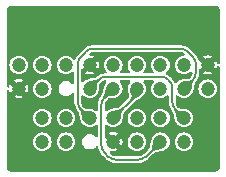
<source format=gbr>
%TF.GenerationSoftware,KiCad,Pcbnew,8.0.6*%
%TF.CreationDate,2024-11-06T21:45:52-05:00*%
%TF.ProjectId,Asus To Asrock,41737573-2054-46f2-9041-73726f636b2e,rev?*%
%TF.SameCoordinates,Original*%
%TF.FileFunction,Copper,L2,Bot*%
%TF.FilePolarity,Positive*%
%FSLAX46Y46*%
G04 Gerber Fmt 4.6, Leading zero omitted, Abs format (unit mm)*
G04 Created by KiCad (PCBNEW 8.0.6) date 2024-11-06 21:45:52*
%MOMM*%
%LPD*%
G01*
G04 APERTURE LIST*
%TA.AperFunction,ComponentPad*%
%ADD10C,1.200000*%
%TD*%
%TA.AperFunction,ViaPad*%
%ADD11C,0.500000*%
%TD*%
%TA.AperFunction,Conductor*%
%ADD12C,0.200000*%
%TD*%
G04 APERTURE END LIST*
D10*
%TO.P,P1,1,F_LAD0*%
%TO.N,Net-(P1-F_LAD0)*%
X167520000Y-97840000D03*
%TO.P,P1,2,F_LAD1*%
%TO.N,Net-(P1-F_LAD1)*%
X165519999Y-97840000D03*
%TO.P,P1,3,F_LAD2*%
%TO.N,Net-(P1-F_LAD2)*%
X163520000Y-97840000D03*
%TO.P,P1,4,F_LAD3*%
%TO.N,Net-(P1-F_LAD3)*%
X161520000Y-97840000D03*
%TO.P,P1,5,F_FRAME#*%
%TO.N,Net-(P1-F_FRAME#)*%
X159520000Y-97840000D03*
%TO.P,P1,6,F_SERIRQ*%
%TO.N,Net-(P1-F_SERIRQ)*%
X157520000Y-97840000D03*
%TO.P,P1,7,F_CLKRUN*%
%TO.N,unconnected-(P1-F_CLKRUN-Pad7)*%
X155520001Y-97840000D03*
%TO.P,P1,8,+3V*%
%TO.N,+3V0*%
X167520000Y-99840001D03*
%TO.P,P1,9,+3V*%
X165520000Y-99840000D03*
%TO.P,P1,10,C_PCICLK_TPM*%
%TO.N,Net-(P1-C_PCICLK_TPM)*%
X163519999Y-99840000D03*
%TO.P,P1,11,GND*%
%TO.N,GND*%
X161520000Y-99840000D03*
%TO.P,P1,13,S_PCIRST#_TBD*%
%TO.N,Net-(P1-S_PCIRST#_TBD)*%
X157520000Y-99840000D03*
%TO.P,P1,14,+3VSB*%
%TO.N,unconnected-(P1-+3VSB-Pad14)*%
X155520000Y-99840000D03*
%TD*%
%TO.P,P2,1,PCICLK*%
%TO.N,Net-(P1-C_PCICLK_TPM)*%
X169520000Y-95340001D03*
%TO.P,P2,2,GND*%
%TO.N,GND*%
X169520000Y-93340000D03*
%TO.P,P2,3,FRAME*%
%TO.N,Net-(P1-F_FRAME#)*%
X167519999Y-95340001D03*
%TO.P,P2,4,SMB_CLK_MAIN*%
%TO.N,unconnected-(P2-SMB_CLK_MAIN-Pad4)*%
X167520000Y-93340001D03*
%TO.P,P2,5,PCIRST#*%
%TO.N,Net-(P1-S_PCIRST#_TBD)*%
X165520000Y-95340001D03*
%TO.P,P2,6,SMB_DATA_MAIN*%
%TO.N,unconnected-(P2-SMB_DATA_MAIN-Pad6)*%
X165519999Y-93340001D03*
%TO.P,P2,7,LAD3*%
%TO.N,Net-(P1-F_LAD3)*%
X163520000Y-95340001D03*
%TO.P,P2,8,LAD2*%
%TO.N,Net-(P1-F_LAD2)*%
X163520000Y-93340001D03*
%TO.P,P2,9,+3V*%
%TO.N,+3V0*%
X161520000Y-95340001D03*
%TO.P,P2,10,LAD1*%
%TO.N,Net-(P1-F_LAD1)*%
X161520000Y-93340001D03*
%TO.P,P2,11,LAD0*%
%TO.N,Net-(P1-F_LAD0)*%
X159520000Y-95340001D03*
%TO.P,P2,12,GND*%
%TO.N,GND*%
X159520000Y-93340001D03*
%TO.P,P2,14,S_PWRDWN#*%
%TO.N,unconnected-(P2-S_PWRDWN#-Pad14)*%
X157520000Y-93340001D03*
%TO.P,P2,15,+3VSB*%
%TO.N,unconnected-(P2-+3VSB-Pad15)*%
X155520000Y-95340001D03*
%TO.P,P2,16,SERIRQ#*%
%TO.N,Net-(P1-F_SERIRQ)*%
X155520001Y-93340001D03*
%TO.P,P2,17,GND*%
%TO.N,GND*%
X153520001Y-95340001D03*
%TO.P,P2,18,GND*%
%TO.N,unconnected-(P2-GND-Pad18)*%
X153520000Y-93340001D03*
%TD*%
D11*
%TO.N,GND*%
X169750000Y-89080000D03*
X153310000Y-101550000D03*
X156530000Y-98850000D03*
X153310000Y-89080000D03*
X161560000Y-96590000D03*
X168520000Y-96590000D03*
X165860000Y-96590000D03*
X164030000Y-96590000D03*
X169750000Y-101550000D03*
X159520000Y-96590000D03*
%TD*%
D12*
%TO.N,+3V0*%
X160783604Y-100763604D02*
X161116396Y-101096396D01*
X161752792Y-101360000D02*
X163627208Y-101360000D01*
X164263604Y-101096396D02*
X165520000Y-99840000D01*
X161520000Y-95340001D02*
X160783604Y-96076397D01*
X160520000Y-96712793D02*
X160520000Y-100127208D01*
X160783604Y-100763604D02*
G75*
G02*
X160519994Y-100127208I636396J636404D01*
G01*
X160520000Y-96712793D02*
G75*
G02*
X160783607Y-96076400I900000J-7D01*
G01*
X164263604Y-101096396D02*
G75*
G02*
X163627208Y-101360006I-636404J636396D01*
G01*
X161116396Y-101096396D02*
G75*
G03*
X161752792Y-101360006I636404J636396D01*
G01*
%TO.N,Net-(P1-F_FRAME#)*%
X158783604Y-92636396D02*
X159196396Y-92223604D01*
X159832792Y-91960000D02*
X167192208Y-91960000D01*
X168256396Y-94603604D02*
X167519999Y-95340001D01*
X167828604Y-92223604D02*
X168256396Y-92651396D01*
X158520000Y-96467208D02*
X158520000Y-93272792D01*
X168520000Y-93287792D02*
X168520000Y-93967208D01*
X159520000Y-97840000D02*
X158783604Y-97103604D01*
X158520000Y-96467208D02*
G75*
G03*
X158783608Y-97103600I900000J8D01*
G01*
X167192208Y-91960000D02*
G75*
G02*
X167828600Y-92223608I-8J-900000D01*
G01*
X159832792Y-91960000D02*
G75*
G03*
X159196400Y-92223608I8J-900000D01*
G01*
X158520000Y-93272792D02*
G75*
G02*
X158783608Y-92636400I900000J-8D01*
G01*
X168520000Y-93287792D02*
G75*
G03*
X168256392Y-92651400I-900000J-8D01*
G01*
X168256396Y-94603604D02*
G75*
G03*
X168520006Y-93967208I-636396J636404D01*
G01*
%TO.N,Net-(P1-F_LAD3)*%
X163520000Y-95340001D02*
X163520000Y-95467208D01*
X163256396Y-96103604D02*
X161520000Y-97840000D01*
X163520000Y-95467208D02*
G75*
G02*
X163256392Y-96103600I-900000J8D01*
G01*
%TO.N,Net-(P1-F_LAD0)*%
X166520000Y-95292792D02*
X166520000Y-96467208D01*
X159520000Y-95340001D02*
X160256397Y-94603604D01*
X166203604Y-94603604D02*
X166256396Y-94656396D01*
X166783604Y-97103604D02*
X167520000Y-97840000D01*
X160892793Y-94340000D02*
X165567208Y-94340000D01*
X160892793Y-94340000D02*
G75*
G03*
X160256400Y-94603607I7J-900000D01*
G01*
X166520000Y-95292792D02*
G75*
G03*
X166256392Y-94656400I-900000J-8D01*
G01*
X166203604Y-94603604D02*
G75*
G03*
X165567208Y-94339994I-636404J-636396D01*
G01*
X166520000Y-96467208D02*
G75*
G03*
X166783608Y-97103600I900000J8D01*
G01*
%TD*%
%TA.AperFunction,Conductor*%
%TO.N,GND*%
G36*
X170178059Y-88311561D02*
G01*
X170252035Y-88321300D01*
X170283302Y-88329678D01*
X170344665Y-88355095D01*
X170372700Y-88371281D01*
X170425395Y-88411716D01*
X170448283Y-88434604D01*
X170488718Y-88487299D01*
X170504904Y-88515334D01*
X170530321Y-88576697D01*
X170538699Y-88607962D01*
X170548439Y-88681938D01*
X170549500Y-88698125D01*
X170549500Y-93132088D01*
X170529815Y-93199127D01*
X170477011Y-93244882D01*
X170407853Y-93254826D01*
X170344297Y-93225801D01*
X170306523Y-93167023D01*
X170305027Y-93161288D01*
X170245333Y-92990692D01*
X170236661Y-92976892D01*
X170236660Y-92976892D01*
X169920000Y-93293552D01*
X169920000Y-93287339D01*
X169892741Y-93185606D01*
X169840080Y-93094394D01*
X169765606Y-93019920D01*
X169674394Y-92967259D01*
X169572661Y-92940000D01*
X169566447Y-92940000D01*
X169883107Y-92623338D01*
X169869304Y-92614665D01*
X169699138Y-92555121D01*
X169520003Y-92534938D01*
X169519997Y-92534938D01*
X169340861Y-92555121D01*
X169340858Y-92555122D01*
X169170701Y-92614662D01*
X169170691Y-92614667D01*
X169156891Y-92623337D01*
X169156891Y-92623338D01*
X169473554Y-92940000D01*
X169467339Y-92940000D01*
X169365606Y-92967259D01*
X169274394Y-93019920D01*
X169199920Y-93094394D01*
X169147259Y-93185606D01*
X169120000Y-93287339D01*
X169120000Y-93293553D01*
X168761113Y-92934666D01*
X168764394Y-92931384D01*
X168742079Y-92910804D01*
X168730491Y-92885349D01*
X168714013Y-92834635D01*
X168629654Y-92669074D01*
X168520433Y-92518747D01*
X168487921Y-92486235D01*
X168487919Y-92486232D01*
X168079363Y-92077677D01*
X168079361Y-92077674D01*
X168009509Y-92007822D01*
X168009506Y-92007820D01*
X167995885Y-91994199D01*
X167995828Y-91994148D01*
X167961252Y-91959572D01*
X167961250Y-91959570D01*
X167810924Y-91850351D01*
X167802113Y-91845861D01*
X167645365Y-91765991D01*
X167468638Y-91708568D01*
X167285115Y-91679500D01*
X167229137Y-91679500D01*
X167229136Y-91679500D01*
X159884158Y-91679500D01*
X159884137Y-91679494D01*
X159739883Y-91679495D01*
X159556360Y-91708564D01*
X159464924Y-91738274D01*
X159379635Y-91765987D01*
X159379633Y-91765987D01*
X159379633Y-91765988D01*
X159214080Y-91850342D01*
X159214074Y-91850345D01*
X159063747Y-91959566D01*
X159015492Y-92007821D01*
X158585262Y-92438050D01*
X158585262Y-92438051D01*
X158566394Y-92456920D01*
X158554846Y-92468468D01*
X158554796Y-92468523D01*
X158519570Y-92503750D01*
X158434013Y-92621509D01*
X158410349Y-92654079D01*
X158410348Y-92654081D01*
X158328350Y-92815007D01*
X158280375Y-92865803D01*
X158212554Y-92882597D01*
X158146419Y-92860059D01*
X158130185Y-92846392D01*
X158009713Y-92725920D01*
X157860790Y-92632345D01*
X157694771Y-92574253D01*
X157520003Y-92554562D01*
X157519997Y-92554562D01*
X157345228Y-92574253D01*
X157179209Y-92632345D01*
X157030286Y-92725920D01*
X156905919Y-92850287D01*
X156812344Y-92999210D01*
X156754252Y-93165229D01*
X156734561Y-93339998D01*
X156734561Y-93340003D01*
X156754252Y-93514772D01*
X156812344Y-93680791D01*
X156860423Y-93757308D01*
X156905919Y-93829714D01*
X157030287Y-93954082D01*
X157118372Y-94009430D01*
X157166730Y-94039815D01*
X157179211Y-94047657D01*
X157345223Y-94105747D01*
X157345226Y-94105747D01*
X157345228Y-94105748D01*
X157519997Y-94125440D01*
X157520000Y-94125440D01*
X157520003Y-94125440D01*
X157694771Y-94105748D01*
X157694772Y-94105747D01*
X157694777Y-94105747D01*
X157860789Y-94047657D01*
X158009713Y-93954082D01*
X158027819Y-93935976D01*
X158089142Y-93902491D01*
X158158834Y-93907475D01*
X158214767Y-93949347D01*
X158239184Y-94014811D01*
X158239500Y-94023657D01*
X158239500Y-94871363D01*
X158219815Y-94938402D01*
X158167011Y-94984157D01*
X158097853Y-94994101D01*
X158034297Y-94965076D01*
X158012400Y-94940258D01*
X158010517Y-94937440D01*
X157922562Y-94849485D01*
X157922558Y-94849482D01*
X157819135Y-94780376D01*
X157819126Y-94780371D01*
X157704203Y-94732769D01*
X157704195Y-94732767D01*
X157582202Y-94708501D01*
X157582198Y-94708501D01*
X157457804Y-94708501D01*
X157457799Y-94708501D01*
X157335806Y-94732767D01*
X157335798Y-94732769D01*
X157220875Y-94780371D01*
X157220866Y-94780376D01*
X157117443Y-94849482D01*
X157117439Y-94849485D01*
X157029485Y-94937439D01*
X157029482Y-94937443D01*
X156960376Y-95040866D01*
X156960371Y-95040875D01*
X156912769Y-95155798D01*
X156912767Y-95155806D01*
X156888501Y-95277799D01*
X156888501Y-95402202D01*
X156912767Y-95524195D01*
X156912769Y-95524203D01*
X156960371Y-95639126D01*
X156960376Y-95639135D01*
X157029482Y-95742558D01*
X157029485Y-95742562D01*
X157117439Y-95830516D01*
X157117443Y-95830519D01*
X157220866Y-95899625D01*
X157220875Y-95899630D01*
X157227782Y-95902491D01*
X157335799Y-95947233D01*
X157457799Y-95971500D01*
X157457803Y-95971501D01*
X157457804Y-95971501D01*
X157582199Y-95971501D01*
X157582200Y-95971500D01*
X157704203Y-95947233D01*
X157819129Y-95899629D01*
X157922559Y-95830519D01*
X158010519Y-95742559D01*
X158012397Y-95739747D01*
X158013762Y-95738606D01*
X158014383Y-95737851D01*
X158014526Y-95737968D01*
X158066008Y-95694943D01*
X158135332Y-95686234D01*
X158198361Y-95716388D01*
X158235081Y-95775830D01*
X158239500Y-95808638D01*
X158239500Y-96415842D01*
X158239494Y-96415862D01*
X158239495Y-96560116D01*
X158268564Y-96743639D01*
X158268566Y-96743645D01*
X158325987Y-96920365D01*
X158325988Y-96920366D01*
X158325992Y-96920376D01*
X158410336Y-97085908D01*
X158410341Y-97085916D01*
X158410346Y-97085926D01*
X158417275Y-97095463D01*
X158465922Y-97162420D01*
X158480489Y-97190813D01*
X158480817Y-97190668D01*
X158483289Y-97196237D01*
X158587687Y-97380283D01*
X158597489Y-97402316D01*
X158637430Y-97522360D01*
X158641987Y-97540542D01*
X158665194Y-97675830D01*
X158665568Y-97677934D01*
X158665612Y-97678173D01*
X158666018Y-97680320D01*
X158701405Y-97861741D01*
X158704182Y-97873819D01*
X158704580Y-97875321D01*
X158708159Y-97887196D01*
X158785947Y-98117205D01*
X158787911Y-98122724D01*
X158788165Y-98123404D01*
X158788168Y-98123411D01*
X158789302Y-98125177D01*
X158801992Y-98151205D01*
X158812343Y-98180788D01*
X158812345Y-98180791D01*
X158905919Y-98329713D01*
X159030287Y-98454081D01*
X159179211Y-98547656D01*
X159345223Y-98605746D01*
X159345226Y-98605746D01*
X159345228Y-98605747D01*
X159519997Y-98625439D01*
X159520000Y-98625439D01*
X159520003Y-98625439D01*
X159694771Y-98605747D01*
X159694772Y-98605746D01*
X159694777Y-98605746D01*
X159860789Y-98547656D01*
X160009713Y-98454081D01*
X160027819Y-98435975D01*
X160089142Y-98402490D01*
X160158834Y-98407474D01*
X160214767Y-98449346D01*
X160239184Y-98514810D01*
X160239500Y-98523656D01*
X160239500Y-99340192D01*
X160219815Y-99407231D01*
X160167011Y-99452986D01*
X160097853Y-99462930D01*
X160034297Y-99433905D01*
X160027819Y-99427873D01*
X159934672Y-99334726D01*
X159934668Y-99334723D01*
X159828133Y-99263538D01*
X159828124Y-99263533D01*
X159709744Y-99214499D01*
X159709738Y-99214497D01*
X159584071Y-99189500D01*
X159584069Y-99189500D01*
X159455931Y-99189500D01*
X159455929Y-99189500D01*
X159330261Y-99214497D01*
X159330255Y-99214499D01*
X159211875Y-99263533D01*
X159211866Y-99263538D01*
X159105331Y-99334723D01*
X159105327Y-99334726D01*
X159014726Y-99425327D01*
X159014723Y-99425331D01*
X158943538Y-99531866D01*
X158943533Y-99531875D01*
X158894499Y-99650255D01*
X158894497Y-99650261D01*
X158869500Y-99775928D01*
X158869500Y-99775931D01*
X158869500Y-99904069D01*
X158869500Y-99904071D01*
X158869499Y-99904071D01*
X158894497Y-100029738D01*
X158894499Y-100029744D01*
X158943533Y-100148124D01*
X158943538Y-100148133D01*
X159014723Y-100254668D01*
X159014726Y-100254672D01*
X159105327Y-100345273D01*
X159105331Y-100345276D01*
X159211866Y-100416461D01*
X159211872Y-100416464D01*
X159211873Y-100416465D01*
X159330256Y-100465501D01*
X159330260Y-100465501D01*
X159330261Y-100465502D01*
X159455928Y-100490500D01*
X159455931Y-100490500D01*
X159584071Y-100490500D01*
X159680179Y-100471382D01*
X159709744Y-100465501D01*
X159828127Y-100416465D01*
X159934669Y-100345276D01*
X160025276Y-100254669D01*
X160026854Y-100252306D01*
X160028002Y-100251347D01*
X160029140Y-100249961D01*
X160029402Y-100250176D01*
X160080464Y-100207499D01*
X160149788Y-100198788D01*
X160212818Y-100228939D01*
X160249540Y-100288380D01*
X160252433Y-100301793D01*
X160268564Y-100403639D01*
X160268566Y-100403645D01*
X160325987Y-100580365D01*
X160325988Y-100580366D01*
X160325987Y-100580366D01*
X160410342Y-100745919D01*
X160410345Y-100745925D01*
X160519566Y-100896252D01*
X160567820Y-100944506D01*
X160567821Y-100944508D01*
X160637671Y-101014358D01*
X160637677Y-101014363D01*
X160883077Y-101259764D01*
X160949706Y-101326393D01*
X160949763Y-101326443D01*
X160983750Y-101360430D01*
X161134076Y-101469649D01*
X161218324Y-101512577D01*
X161299634Y-101554008D01*
X161299636Y-101554008D01*
X161299637Y-101554009D01*
X161476356Y-101611430D01*
X161476359Y-101611430D01*
X161476361Y-101611431D01*
X161580555Y-101627934D01*
X161659882Y-101640499D01*
X161701422Y-101640499D01*
X161701430Y-101640500D01*
X161715864Y-101640500D01*
X161752790Y-101640500D01*
X161802249Y-101640500D01*
X163575842Y-101640500D01*
X163575862Y-101640505D01*
X163627210Y-101640504D01*
X163627210Y-101640505D01*
X163720118Y-101640504D01*
X163903645Y-101611434D01*
X164080365Y-101554013D01*
X164245926Y-101469654D01*
X164396253Y-101360433D01*
X164461948Y-101294738D01*
X164461949Y-101294738D01*
X164496922Y-101259765D01*
X164496922Y-101259764D01*
X164514360Y-101242326D01*
X164514362Y-101242323D01*
X164838481Y-100918203D01*
X164862164Y-100900785D01*
X164861832Y-100900280D01*
X164866918Y-100896937D01*
X164866924Y-100896935D01*
X165025285Y-100769027D01*
X165057066Y-100750394D01*
X165151813Y-100712429D01*
X165180864Y-100704716D01*
X165267176Y-100692728D01*
X165288222Y-100689806D01*
X165288223Y-100689807D01*
X165315789Y-100685979D01*
X165315797Y-100685976D01*
X165316062Y-100685940D01*
X165515437Y-100658542D01*
X165530464Y-100655843D01*
X165532343Y-100655425D01*
X165547104Y-100651497D01*
X165688579Y-100607537D01*
X165693227Y-100606288D01*
X165694775Y-100605746D01*
X165694777Y-100605746D01*
X165696092Y-100605285D01*
X165700246Y-100603912D01*
X165792426Y-100575272D01*
X165800366Y-100572607D01*
X165801355Y-100572250D01*
X165802680Y-100571409D01*
X165828143Y-100559078D01*
X165860789Y-100547656D01*
X166009713Y-100454081D01*
X166134081Y-100329713D01*
X166227656Y-100180789D01*
X166285746Y-100014777D01*
X166299506Y-99892661D01*
X166305439Y-99840002D01*
X166305439Y-99839998D01*
X166734561Y-99839998D01*
X166734561Y-99840003D01*
X166754252Y-100014772D01*
X166812344Y-100180791D01*
X166858765Y-100254669D01*
X166905919Y-100329714D01*
X167030287Y-100454082D01*
X167097201Y-100496127D01*
X167179207Y-100547655D01*
X167179211Y-100547657D01*
X167345223Y-100605747D01*
X167345226Y-100605747D01*
X167345228Y-100605748D01*
X167519997Y-100625440D01*
X167520000Y-100625440D01*
X167520003Y-100625440D01*
X167694771Y-100605748D01*
X167694772Y-100605747D01*
X167694777Y-100605747D01*
X167860789Y-100547657D01*
X168009713Y-100454082D01*
X168134081Y-100329714D01*
X168227656Y-100180790D01*
X168285746Y-100014778D01*
X168304927Y-99844551D01*
X168305439Y-99840003D01*
X168305439Y-99839998D01*
X168285747Y-99665229D01*
X168285746Y-99665227D01*
X168285746Y-99665224D01*
X168227656Y-99499212D01*
X168227653Y-99499208D01*
X168179575Y-99422691D01*
X168134081Y-99350288D01*
X168009713Y-99225920D01*
X167951751Y-99189500D01*
X167860790Y-99132345D01*
X167694771Y-99074253D01*
X167520003Y-99054562D01*
X167519997Y-99054562D01*
X167345228Y-99074253D01*
X167179209Y-99132345D01*
X167030286Y-99225920D01*
X166905919Y-99350287D01*
X166812344Y-99499210D01*
X166754252Y-99665229D01*
X166734561Y-99839998D01*
X166305439Y-99839998D01*
X166305439Y-99839997D01*
X166285747Y-99665228D01*
X166285746Y-99665224D01*
X166285746Y-99665223D01*
X166227656Y-99499211D01*
X166134081Y-99350287D01*
X166009713Y-99225919D01*
X165991535Y-99214497D01*
X165860790Y-99132344D01*
X165694771Y-99074252D01*
X165520003Y-99054561D01*
X165519997Y-99054561D01*
X165345228Y-99074252D01*
X165179209Y-99132344D01*
X165030286Y-99225919D01*
X164905919Y-99350286D01*
X164812345Y-99499208D01*
X164812344Y-99499210D01*
X164798416Y-99539011D01*
X164790341Y-99557235D01*
X164784729Y-99567567D01*
X164756072Y-99659790D01*
X164754712Y-99663911D01*
X164753714Y-99666763D01*
X164752480Y-99671350D01*
X164708502Y-99812889D01*
X164708499Y-99812902D01*
X164704583Y-99827611D01*
X164704583Y-99827613D01*
X164704167Y-99829479D01*
X164702276Y-99840000D01*
X164701457Y-99844553D01*
X164673984Y-100044470D01*
X164673984Y-100044471D01*
X164655281Y-100179130D01*
X164647564Y-100208192D01*
X164610059Y-100301793D01*
X164609607Y-100302920D01*
X164590969Y-100334711D01*
X164463063Y-100493075D01*
X164463053Y-100493090D01*
X164462363Y-100494325D01*
X164460999Y-100496127D01*
X164460111Y-100497442D01*
X164460041Y-100497394D01*
X164441806Y-100521505D01*
X164104572Y-100858740D01*
X164104550Y-100858760D01*
X164069572Y-100893740D01*
X164060555Y-100901913D01*
X163980823Y-100967348D01*
X163960613Y-100980852D01*
X163875048Y-101026589D01*
X163852592Y-101035891D01*
X163801748Y-101051314D01*
X163759752Y-101064054D01*
X163735914Y-101068796D01*
X163647507Y-101077505D01*
X163633316Y-101078903D01*
X163621162Y-101079500D01*
X161758889Y-101079500D01*
X161746733Y-101078903D01*
X161644090Y-101068792D01*
X161620250Y-101064049D01*
X161527407Y-101035885D01*
X161504949Y-101026583D01*
X161419387Y-100980847D01*
X161399180Y-100967345D01*
X161319404Y-100901873D01*
X161310397Y-100893710D01*
X161279768Y-100863080D01*
X161279767Y-100863079D01*
X161275436Y-100858748D01*
X161275427Y-100858740D01*
X161254138Y-100837451D01*
X161220653Y-100776128D01*
X161225637Y-100706436D01*
X161267509Y-100650503D01*
X161332973Y-100626086D01*
X161355703Y-100626550D01*
X161519997Y-100645062D01*
X161520003Y-100645062D01*
X161699138Y-100624878D01*
X161699141Y-100624877D01*
X161869305Y-100565334D01*
X161869306Y-100565334D01*
X161883106Y-100556661D01*
X161883106Y-100556660D01*
X161566447Y-100240000D01*
X161572661Y-100240000D01*
X161674394Y-100212741D01*
X161765606Y-100160080D01*
X161840080Y-100085606D01*
X161892741Y-99994394D01*
X161920000Y-99892661D01*
X161920000Y-99886446D01*
X162236660Y-100203106D01*
X162236661Y-100203106D01*
X162245334Y-100189306D01*
X162245334Y-100189305D01*
X162304877Y-100019141D01*
X162304878Y-100019138D01*
X162325062Y-99840002D01*
X162325062Y-99839997D01*
X162734560Y-99839997D01*
X162734560Y-99840002D01*
X162754251Y-100014771D01*
X162812343Y-100180790D01*
X162905918Y-100329713D01*
X163030286Y-100454081D01*
X163179210Y-100547656D01*
X163345222Y-100605746D01*
X163345225Y-100605746D01*
X163345227Y-100605747D01*
X163519996Y-100625439D01*
X163519999Y-100625439D01*
X163520002Y-100625439D01*
X163694770Y-100605747D01*
X163694771Y-100605746D01*
X163694776Y-100605746D01*
X163860788Y-100547656D01*
X164009712Y-100454081D01*
X164134080Y-100329713D01*
X164227655Y-100180789D01*
X164285745Y-100014777D01*
X164299505Y-99892661D01*
X164305438Y-99840002D01*
X164305438Y-99839997D01*
X164285746Y-99665228D01*
X164285745Y-99665224D01*
X164285745Y-99665223D01*
X164227655Y-99499211D01*
X164134080Y-99350287D01*
X164009712Y-99225919D01*
X163991534Y-99214497D01*
X163860789Y-99132344D01*
X163694770Y-99074252D01*
X163520002Y-99054561D01*
X163519996Y-99054561D01*
X163345227Y-99074252D01*
X163179208Y-99132344D01*
X163030285Y-99225919D01*
X162905918Y-99350286D01*
X162812343Y-99499209D01*
X162754251Y-99665228D01*
X162734560Y-99839997D01*
X162325062Y-99839997D01*
X162304878Y-99660861D01*
X162245333Y-99490692D01*
X162236661Y-99476892D01*
X162236660Y-99476892D01*
X161920000Y-99793552D01*
X161920000Y-99787339D01*
X161892741Y-99685606D01*
X161840080Y-99594394D01*
X161765606Y-99519920D01*
X161674394Y-99467259D01*
X161572661Y-99440000D01*
X161566447Y-99440000D01*
X161883107Y-99123338D01*
X161869304Y-99114665D01*
X161699138Y-99055121D01*
X161520003Y-99034938D01*
X161519997Y-99034938D01*
X161340861Y-99055121D01*
X161340858Y-99055122D01*
X161170701Y-99114662D01*
X161170691Y-99114667D01*
X161156891Y-99123337D01*
X161156891Y-99123338D01*
X161473554Y-99440000D01*
X161467339Y-99440000D01*
X161365606Y-99467259D01*
X161274394Y-99519920D01*
X161199920Y-99594394D01*
X161147259Y-99685606D01*
X161120000Y-99787339D01*
X161120000Y-99793553D01*
X160836819Y-99510372D01*
X160803334Y-99449049D01*
X160800500Y-99422691D01*
X160800500Y-98523656D01*
X160820185Y-98456617D01*
X160872989Y-98410862D01*
X160942147Y-98400918D01*
X161005703Y-98429943D01*
X161012181Y-98435975D01*
X161030287Y-98454081D01*
X161179211Y-98547656D01*
X161345223Y-98605746D01*
X161345226Y-98605746D01*
X161345228Y-98605747D01*
X161519997Y-98625439D01*
X161520000Y-98625439D01*
X161520003Y-98625439D01*
X161694771Y-98605747D01*
X161694772Y-98605746D01*
X161694777Y-98605746D01*
X161860789Y-98547656D01*
X162009713Y-98454081D01*
X162134081Y-98329713D01*
X162227656Y-98180789D01*
X162241584Y-98140982D01*
X162249667Y-98122743D01*
X162255272Y-98112426D01*
X162283912Y-98020246D01*
X162285290Y-98016079D01*
X162286288Y-98013227D01*
X162287538Y-98008579D01*
X162331497Y-97867104D01*
X162335425Y-97852343D01*
X162335843Y-97850464D01*
X162337723Y-97839997D01*
X162734561Y-97839997D01*
X162734561Y-97840002D01*
X162754252Y-98014771D01*
X162812344Y-98180790D01*
X162812345Y-98180791D01*
X162905919Y-98329713D01*
X163030287Y-98454081D01*
X163179211Y-98547656D01*
X163345223Y-98605746D01*
X163345226Y-98605746D01*
X163345228Y-98605747D01*
X163519997Y-98625439D01*
X163520000Y-98625439D01*
X163520003Y-98625439D01*
X163694771Y-98605747D01*
X163694772Y-98605746D01*
X163694777Y-98605746D01*
X163860789Y-98547656D01*
X164009713Y-98454081D01*
X164134081Y-98329713D01*
X164227656Y-98180789D01*
X164285746Y-98014777D01*
X164286445Y-98008579D01*
X164305439Y-97840002D01*
X164305439Y-97839997D01*
X164734560Y-97839997D01*
X164734560Y-97840002D01*
X164754251Y-98014771D01*
X164812343Y-98180790D01*
X164812344Y-98180791D01*
X164905918Y-98329713D01*
X165030286Y-98454081D01*
X165179210Y-98547656D01*
X165345222Y-98605746D01*
X165345225Y-98605746D01*
X165345227Y-98605747D01*
X165519996Y-98625439D01*
X165519999Y-98625439D01*
X165520002Y-98625439D01*
X165694770Y-98605747D01*
X165694771Y-98605746D01*
X165694776Y-98605746D01*
X165860788Y-98547656D01*
X166009712Y-98454081D01*
X166134080Y-98329713D01*
X166227655Y-98180789D01*
X166285745Y-98014777D01*
X166286444Y-98008579D01*
X166305438Y-97840002D01*
X166305438Y-97839997D01*
X166285746Y-97665228D01*
X166285745Y-97665226D01*
X166285745Y-97665223D01*
X166227655Y-97499211D01*
X166134080Y-97350287D01*
X166009712Y-97225919D01*
X166005676Y-97223383D01*
X165860789Y-97132344D01*
X165694770Y-97074252D01*
X165520002Y-97054561D01*
X165519996Y-97054561D01*
X165345227Y-97074252D01*
X165179208Y-97132344D01*
X165030285Y-97225919D01*
X164905918Y-97350286D01*
X164812343Y-97499209D01*
X164754251Y-97665228D01*
X164734560Y-97839997D01*
X164305439Y-97839997D01*
X164285747Y-97665228D01*
X164285746Y-97665226D01*
X164285746Y-97665223D01*
X164227656Y-97499211D01*
X164134081Y-97350287D01*
X164009713Y-97225919D01*
X164005677Y-97223383D01*
X163860790Y-97132344D01*
X163694771Y-97074252D01*
X163520003Y-97054561D01*
X163519997Y-97054561D01*
X163345228Y-97074252D01*
X163179209Y-97132344D01*
X163030286Y-97225919D01*
X162905919Y-97350286D01*
X162812344Y-97499209D01*
X162754252Y-97665228D01*
X162734561Y-97839997D01*
X162337723Y-97839997D01*
X162338542Y-97835439D01*
X162365978Y-97635799D01*
X162384718Y-97500860D01*
X162392433Y-97471807D01*
X162429954Y-97378166D01*
X162429964Y-97378149D01*
X162430369Y-97377137D01*
X162433107Y-97372461D01*
X162444771Y-97351362D01*
X162444779Y-97351351D01*
X162445267Y-97351706D01*
X162449032Y-97345279D01*
X162576935Y-97186924D01*
X162577623Y-97185691D01*
X162578985Y-97183891D01*
X162579885Y-97182560D01*
X162579955Y-97182607D01*
X162598187Y-97158497D01*
X163172237Y-96584448D01*
X163196903Y-96565336D01*
X163201738Y-96562484D01*
X163381209Y-96402059D01*
X163394045Y-96392024D01*
X163529063Y-96300118D01*
X163536379Y-96295505D01*
X163673490Y-96215643D01*
X163679130Y-96212222D01*
X163679824Y-96211784D01*
X163685198Y-96208261D01*
X163845068Y-96099442D01*
X163854933Y-96092241D01*
X163856147Y-96091292D01*
X163865526Y-96083449D01*
X164058676Y-95910800D01*
X164062370Y-95907407D01*
X164062832Y-95906971D01*
X164069846Y-95896813D01*
X164084191Y-95879602D01*
X164134081Y-95829714D01*
X164227656Y-95680790D01*
X164285746Y-95514778D01*
X164285950Y-95512973D01*
X164305439Y-95340003D01*
X164305439Y-95339998D01*
X164285747Y-95165229D01*
X164285746Y-95165227D01*
X164285746Y-95165224D01*
X164227656Y-94999212D01*
X164218196Y-94984157D01*
X164166777Y-94902323D01*
X164134081Y-94850288D01*
X164115974Y-94832181D01*
X164082489Y-94770858D01*
X164087473Y-94701166D01*
X164129345Y-94645233D01*
X164194809Y-94620816D01*
X164203655Y-94620500D01*
X164836345Y-94620500D01*
X164903384Y-94640185D01*
X164949139Y-94692989D01*
X164959083Y-94762147D01*
X164930058Y-94825703D01*
X164924026Y-94832181D01*
X164905919Y-94850287D01*
X164812344Y-94999210D01*
X164754252Y-95165229D01*
X164734561Y-95339998D01*
X164734561Y-95340003D01*
X164754252Y-95514772D01*
X164812344Y-95680791D01*
X164892676Y-95808638D01*
X164905919Y-95829714D01*
X165030287Y-95954082D01*
X165179211Y-96047657D01*
X165345223Y-96105747D01*
X165345226Y-96105747D01*
X165345228Y-96105748D01*
X165519997Y-96125440D01*
X165520000Y-96125440D01*
X165520003Y-96125440D01*
X165694771Y-96105748D01*
X165694772Y-96105747D01*
X165694777Y-96105747D01*
X165860789Y-96047657D01*
X166009713Y-95954082D01*
X166027819Y-95935976D01*
X166089142Y-95902491D01*
X166158834Y-95907475D01*
X166214767Y-95949347D01*
X166239184Y-96014811D01*
X166239500Y-96023657D01*
X166239500Y-96415842D01*
X166239494Y-96415862D01*
X166239495Y-96560116D01*
X166268564Y-96743639D01*
X166268566Y-96743645D01*
X166325987Y-96920365D01*
X166325988Y-96920366D01*
X166325992Y-96920376D01*
X166410336Y-97085908D01*
X166410341Y-97085916D01*
X166410346Y-97085926D01*
X166417275Y-97095463D01*
X166465922Y-97162420D01*
X166480489Y-97190813D01*
X166480817Y-97190668D01*
X166483289Y-97196237D01*
X166587687Y-97380283D01*
X166597489Y-97402316D01*
X166637430Y-97522360D01*
X166641987Y-97540542D01*
X166665194Y-97675830D01*
X166665568Y-97677934D01*
X166665612Y-97678173D01*
X166666018Y-97680320D01*
X166701405Y-97861741D01*
X166704182Y-97873819D01*
X166704580Y-97875321D01*
X166708159Y-97887196D01*
X166785947Y-98117205D01*
X166787911Y-98122724D01*
X166788165Y-98123404D01*
X166788168Y-98123411D01*
X166789302Y-98125177D01*
X166801992Y-98151205D01*
X166812343Y-98180788D01*
X166812345Y-98180791D01*
X166905919Y-98329713D01*
X167030287Y-98454081D01*
X167179211Y-98547656D01*
X167345223Y-98605746D01*
X167345226Y-98605746D01*
X167345228Y-98605747D01*
X167519997Y-98625439D01*
X167520000Y-98625439D01*
X167520003Y-98625439D01*
X167694771Y-98605747D01*
X167694772Y-98605746D01*
X167694777Y-98605746D01*
X167860789Y-98547656D01*
X168009713Y-98454081D01*
X168134081Y-98329713D01*
X168227656Y-98180789D01*
X168285746Y-98014777D01*
X168286445Y-98008579D01*
X168305439Y-97840002D01*
X168305439Y-97839997D01*
X168285747Y-97665228D01*
X168285746Y-97665226D01*
X168285746Y-97665223D01*
X168227656Y-97499211D01*
X168134081Y-97350287D01*
X168009713Y-97225919D01*
X167940782Y-97182607D01*
X167860791Y-97132345D01*
X167860790Y-97132344D01*
X167808692Y-97114114D01*
X167795520Y-97108635D01*
X167783498Y-97102802D01*
X167783482Y-97102796D01*
X167760262Y-97096734D01*
X167750633Y-97093798D01*
X167694777Y-97074254D01*
X167694759Y-97074252D01*
X167667303Y-97071157D01*
X167649876Y-97067917D01*
X167596317Y-97053936D01*
X167550229Y-97041905D01*
X167543199Y-97040499D01*
X167529153Y-97037690D01*
X167529146Y-97037689D01*
X167529141Y-97037688D01*
X167526477Y-97037314D01*
X167505073Y-97035567D01*
X167505050Y-97035566D01*
X167303073Y-97030819D01*
X167301700Y-97030793D01*
X167180012Y-97028959D01*
X167139397Y-97021468D01*
X167100263Y-97007196D01*
X167055069Y-96978383D01*
X167039635Y-96962949D01*
X167036667Y-96959877D01*
X166957393Y-96874944D01*
X166952189Y-96869000D01*
X166912651Y-96820823D01*
X166899147Y-96800613D01*
X166853410Y-96715048D01*
X166844111Y-96692601D01*
X166815943Y-96599744D01*
X166811203Y-96575913D01*
X166801097Y-96473315D01*
X166800500Y-96461160D01*
X166800500Y-96023658D01*
X166820185Y-95956619D01*
X166872989Y-95910864D01*
X166942147Y-95900920D01*
X167005703Y-95929945D01*
X167012180Y-95935976D01*
X167030286Y-95954082D01*
X167179210Y-96047657D01*
X167345222Y-96105747D01*
X167345225Y-96105747D01*
X167345227Y-96105748D01*
X167519996Y-96125440D01*
X167519999Y-96125440D01*
X167520002Y-96125440D01*
X167694770Y-96105748D01*
X167694771Y-96105747D01*
X167694776Y-96105747D01*
X167860788Y-96047657D01*
X168009712Y-95954082D01*
X168134080Y-95829714D01*
X168227655Y-95680790D01*
X168239662Y-95646473D01*
X168249246Y-95625551D01*
X168254050Y-95617209D01*
X168331840Y-95387185D01*
X168335387Y-95375429D01*
X168335788Y-95373921D01*
X168338587Y-95361762D01*
X168342832Y-95339998D01*
X168734561Y-95339998D01*
X168734561Y-95340003D01*
X168754252Y-95514772D01*
X168812344Y-95680791D01*
X168892676Y-95808638D01*
X168905919Y-95829714D01*
X169030287Y-95954082D01*
X169179211Y-96047657D01*
X169345223Y-96105747D01*
X169345226Y-96105747D01*
X169345228Y-96105748D01*
X169519997Y-96125440D01*
X169520000Y-96125440D01*
X169520003Y-96125440D01*
X169694771Y-96105748D01*
X169694772Y-96105747D01*
X169694777Y-96105747D01*
X169860789Y-96047657D01*
X170009713Y-95954082D01*
X170134081Y-95829714D01*
X170227656Y-95680790D01*
X170285746Y-95514778D01*
X170285950Y-95512973D01*
X170302280Y-95368040D01*
X170312857Y-95342868D01*
X170306523Y-95333012D01*
X170302280Y-95311961D01*
X170285747Y-95165229D01*
X170285746Y-95165227D01*
X170285746Y-95165224D01*
X170227656Y-94999212D01*
X170218196Y-94984157D01*
X170166777Y-94902323D01*
X170134081Y-94850288D01*
X170009713Y-94725920D01*
X169957304Y-94692989D01*
X169860790Y-94632345D01*
X169694771Y-94574253D01*
X169520003Y-94554562D01*
X169519997Y-94554562D01*
X169345228Y-94574253D01*
X169179209Y-94632345D01*
X169030286Y-94725920D01*
X168905919Y-94850287D01*
X168812344Y-94999210D01*
X168754252Y-95165229D01*
X168734561Y-95339998D01*
X168342832Y-95339998D01*
X168373991Y-95180249D01*
X168374385Y-95178165D01*
X168374433Y-95177903D01*
X168374799Y-95175839D01*
X168398007Y-95040545D01*
X168402561Y-95022376D01*
X168442506Y-94902319D01*
X168452307Y-94880289D01*
X168556710Y-94696236D01*
X168557444Y-94694145D01*
X168574115Y-94662357D01*
X168629649Y-94585924D01*
X168714009Y-94420363D01*
X168771430Y-94243644D01*
X168800499Y-94060118D01*
X168800500Y-93967210D01*
X168800500Y-93917751D01*
X168800500Y-93757307D01*
X168820185Y-93690268D01*
X168836819Y-93669626D01*
X169120000Y-93386445D01*
X169120000Y-93392661D01*
X169147259Y-93494394D01*
X169199920Y-93585606D01*
X169274394Y-93660080D01*
X169365606Y-93712741D01*
X169467339Y-93740000D01*
X169473553Y-93740000D01*
X169156892Y-94056660D01*
X169156892Y-94056661D01*
X169170692Y-94065333D01*
X169170691Y-94065333D01*
X169340861Y-94124878D01*
X169519997Y-94145062D01*
X169520003Y-94145062D01*
X169699138Y-94124878D01*
X169699141Y-94124877D01*
X169869305Y-94065334D01*
X169869306Y-94065334D01*
X169883106Y-94056661D01*
X169883106Y-94056660D01*
X169566448Y-93740000D01*
X169572661Y-93740000D01*
X169674394Y-93712741D01*
X169765606Y-93660080D01*
X169840080Y-93585606D01*
X169892741Y-93494394D01*
X169920000Y-93392661D01*
X169920000Y-93386447D01*
X170236660Y-93703106D01*
X170236661Y-93703106D01*
X170245334Y-93689306D01*
X170245334Y-93689305D01*
X170307177Y-93512570D01*
X170308654Y-93513086D01*
X170338716Y-93459342D01*
X170400376Y-93426483D01*
X170470014Y-93432176D01*
X170525518Y-93474615D01*
X170549268Y-93540324D01*
X170549500Y-93547911D01*
X170549500Y-95298077D01*
X170537303Y-95339613D01*
X170547640Y-95360530D01*
X170549500Y-95381924D01*
X170549500Y-101981874D01*
X170548439Y-101998061D01*
X170538699Y-102072037D01*
X170530321Y-102103302D01*
X170504904Y-102164665D01*
X170488718Y-102192700D01*
X170448283Y-102245395D01*
X170425395Y-102268283D01*
X170372700Y-102308718D01*
X170344665Y-102324904D01*
X170283302Y-102350321D01*
X170252037Y-102358699D01*
X170195499Y-102366142D01*
X170178057Y-102368439D01*
X170161874Y-102369500D01*
X152878126Y-102369500D01*
X152861941Y-102368439D01*
X152853032Y-102367266D01*
X152787963Y-102358699D01*
X152756697Y-102350321D01*
X152695334Y-102324904D01*
X152667299Y-102308718D01*
X152614604Y-102268283D01*
X152591716Y-102245395D01*
X152551281Y-102192700D01*
X152535095Y-102164665D01*
X152509678Y-102103302D01*
X152501300Y-102072035D01*
X152491561Y-101998059D01*
X152490500Y-101981874D01*
X152490500Y-99839997D01*
X154734561Y-99839997D01*
X154734561Y-99840002D01*
X154754252Y-100014771D01*
X154812344Y-100180790D01*
X154905919Y-100329713D01*
X155030287Y-100454081D01*
X155179211Y-100547656D01*
X155345223Y-100605746D01*
X155345226Y-100605746D01*
X155345228Y-100605747D01*
X155519997Y-100625439D01*
X155520000Y-100625439D01*
X155520003Y-100625439D01*
X155694771Y-100605747D01*
X155694772Y-100605746D01*
X155694777Y-100605746D01*
X155860789Y-100547656D01*
X156009713Y-100454081D01*
X156134081Y-100329713D01*
X156227656Y-100180789D01*
X156285746Y-100014777D01*
X156299506Y-99892661D01*
X156305439Y-99840002D01*
X156305439Y-99839997D01*
X156734561Y-99839997D01*
X156734561Y-99840002D01*
X156754252Y-100014771D01*
X156812344Y-100180790D01*
X156905919Y-100329713D01*
X157030287Y-100454081D01*
X157179211Y-100547656D01*
X157345223Y-100605746D01*
X157345226Y-100605746D01*
X157345228Y-100605747D01*
X157519997Y-100625439D01*
X157520000Y-100625439D01*
X157520003Y-100625439D01*
X157694771Y-100605747D01*
X157694772Y-100605746D01*
X157694777Y-100605746D01*
X157860789Y-100547656D01*
X158009713Y-100454081D01*
X158134081Y-100329713D01*
X158227656Y-100180789D01*
X158285746Y-100014777D01*
X158299506Y-99892661D01*
X158305439Y-99840002D01*
X158305439Y-99839997D01*
X158285747Y-99665228D01*
X158285746Y-99665224D01*
X158285746Y-99665223D01*
X158227656Y-99499211D01*
X158134081Y-99350287D01*
X158009713Y-99225919D01*
X157991535Y-99214497D01*
X157860790Y-99132344D01*
X157694771Y-99074252D01*
X157520003Y-99054561D01*
X157519997Y-99054561D01*
X157345228Y-99074252D01*
X157179209Y-99132344D01*
X157030286Y-99225919D01*
X156905919Y-99350286D01*
X156812344Y-99499209D01*
X156754252Y-99665228D01*
X156734561Y-99839997D01*
X156305439Y-99839997D01*
X156285747Y-99665228D01*
X156285746Y-99665224D01*
X156285746Y-99665223D01*
X156227656Y-99499211D01*
X156134081Y-99350287D01*
X156009713Y-99225919D01*
X155991535Y-99214497D01*
X155860790Y-99132344D01*
X155694771Y-99074252D01*
X155520003Y-99054561D01*
X155519997Y-99054561D01*
X155345228Y-99074252D01*
X155179209Y-99132344D01*
X155030286Y-99225919D01*
X154905919Y-99350286D01*
X154812344Y-99499209D01*
X154754252Y-99665228D01*
X154734561Y-99839997D01*
X152490500Y-99839997D01*
X152490500Y-97839997D01*
X154734562Y-97839997D01*
X154734562Y-97840002D01*
X154754253Y-98014771D01*
X154812345Y-98180790D01*
X154812346Y-98180791D01*
X154905920Y-98329713D01*
X155030288Y-98454081D01*
X155179212Y-98547656D01*
X155345224Y-98605746D01*
X155345227Y-98605746D01*
X155345229Y-98605747D01*
X155519998Y-98625439D01*
X155520001Y-98625439D01*
X155520004Y-98625439D01*
X155694772Y-98605747D01*
X155694773Y-98605746D01*
X155694778Y-98605746D01*
X155860790Y-98547656D01*
X156009714Y-98454081D01*
X156134082Y-98329713D01*
X156227657Y-98180789D01*
X156285747Y-98014777D01*
X156286446Y-98008579D01*
X156305440Y-97840002D01*
X156305440Y-97839997D01*
X156734561Y-97839997D01*
X156734561Y-97840002D01*
X156754252Y-98014771D01*
X156812344Y-98180790D01*
X156812345Y-98180791D01*
X156905919Y-98329713D01*
X157030287Y-98454081D01*
X157179211Y-98547656D01*
X157345223Y-98605746D01*
X157345226Y-98605746D01*
X157345228Y-98605747D01*
X157519997Y-98625439D01*
X157520000Y-98625439D01*
X157520003Y-98625439D01*
X157694771Y-98605747D01*
X157694772Y-98605746D01*
X157694777Y-98605746D01*
X157860789Y-98547656D01*
X158009713Y-98454081D01*
X158134081Y-98329713D01*
X158227656Y-98180789D01*
X158285746Y-98014777D01*
X158286445Y-98008579D01*
X158305439Y-97840002D01*
X158305439Y-97839997D01*
X158285747Y-97665228D01*
X158285746Y-97665226D01*
X158285746Y-97665223D01*
X158227656Y-97499211D01*
X158134081Y-97350287D01*
X158009713Y-97225919D01*
X158005677Y-97223383D01*
X157860790Y-97132344D01*
X157694771Y-97074252D01*
X157520003Y-97054561D01*
X157519997Y-97054561D01*
X157345228Y-97074252D01*
X157179209Y-97132344D01*
X157030286Y-97225919D01*
X156905919Y-97350286D01*
X156812344Y-97499209D01*
X156754252Y-97665228D01*
X156734561Y-97839997D01*
X156305440Y-97839997D01*
X156285748Y-97665228D01*
X156285747Y-97665226D01*
X156285747Y-97665223D01*
X156227657Y-97499211D01*
X156134082Y-97350287D01*
X156009714Y-97225919D01*
X156005678Y-97223383D01*
X155860791Y-97132344D01*
X155694772Y-97074252D01*
X155520004Y-97054561D01*
X155519998Y-97054561D01*
X155345229Y-97074252D01*
X155179210Y-97132344D01*
X155030287Y-97225919D01*
X154905920Y-97350286D01*
X154812345Y-97499209D01*
X154754253Y-97665228D01*
X154734562Y-97839997D01*
X152490500Y-97839997D01*
X152490500Y-95547908D01*
X152510185Y-95480869D01*
X152562989Y-95435114D01*
X152632147Y-95425170D01*
X152695703Y-95454195D01*
X152733477Y-95512973D01*
X152734972Y-95518708D01*
X152794666Y-95689305D01*
X152803339Y-95703108D01*
X153120001Y-95386446D01*
X153120001Y-95392662D01*
X153147260Y-95494395D01*
X153199921Y-95585607D01*
X153274395Y-95660081D01*
X153365607Y-95712742D01*
X153467340Y-95740001D01*
X153473554Y-95740001D01*
X153156893Y-96056661D01*
X153156893Y-96056662D01*
X153170693Y-96065334D01*
X153170692Y-96065334D01*
X153340862Y-96124879D01*
X153519998Y-96145063D01*
X153520004Y-96145063D01*
X153699139Y-96124879D01*
X153699142Y-96124878D01*
X153869306Y-96065335D01*
X153869307Y-96065335D01*
X153883107Y-96056662D01*
X153883107Y-96056661D01*
X153566449Y-95740001D01*
X153572662Y-95740001D01*
X153674395Y-95712742D01*
X153765607Y-95660081D01*
X153840081Y-95585607D01*
X153892742Y-95494395D01*
X153920001Y-95392662D01*
X153920001Y-95386447D01*
X154236661Y-95703107D01*
X154236662Y-95703107D01*
X154245335Y-95689307D01*
X154245335Y-95689306D01*
X154304878Y-95519142D01*
X154304879Y-95519139D01*
X154325063Y-95340003D01*
X154325063Y-95339998D01*
X154734561Y-95339998D01*
X154734561Y-95340003D01*
X154754252Y-95514772D01*
X154812344Y-95680791D01*
X154892676Y-95808638D01*
X154905919Y-95829714D01*
X155030287Y-95954082D01*
X155179211Y-96047657D01*
X155345223Y-96105747D01*
X155345226Y-96105747D01*
X155345228Y-96105748D01*
X155519997Y-96125440D01*
X155520000Y-96125440D01*
X155520003Y-96125440D01*
X155694771Y-96105748D01*
X155694772Y-96105747D01*
X155694777Y-96105747D01*
X155860789Y-96047657D01*
X156009713Y-95954082D01*
X156134081Y-95829714D01*
X156227656Y-95680790D01*
X156285746Y-95514778D01*
X156285950Y-95512973D01*
X156305439Y-95340003D01*
X156305439Y-95339998D01*
X156285747Y-95165229D01*
X156285746Y-95165227D01*
X156285746Y-95165224D01*
X156227656Y-94999212D01*
X156218196Y-94984157D01*
X156166777Y-94902323D01*
X156134081Y-94850288D01*
X156009713Y-94725920D01*
X155957304Y-94692989D01*
X155860790Y-94632345D01*
X155694771Y-94574253D01*
X155520003Y-94554562D01*
X155519997Y-94554562D01*
X155345228Y-94574253D01*
X155179209Y-94632345D01*
X155030286Y-94725920D01*
X154905919Y-94850287D01*
X154812344Y-94999210D01*
X154754252Y-95165229D01*
X154734561Y-95339998D01*
X154325063Y-95339998D01*
X154304879Y-95160862D01*
X154245334Y-94990693D01*
X154236662Y-94976893D01*
X154236661Y-94976893D01*
X153920001Y-95293553D01*
X153920001Y-95287340D01*
X153892742Y-95185607D01*
X153840081Y-95094395D01*
X153765607Y-95019921D01*
X153674395Y-94967260D01*
X153572662Y-94940001D01*
X153566448Y-94940001D01*
X153883108Y-94623339D01*
X153869305Y-94614666D01*
X153699139Y-94555122D01*
X153520004Y-94534939D01*
X153519998Y-94534939D01*
X153340862Y-94555122D01*
X153340859Y-94555123D01*
X153170702Y-94614663D01*
X153170692Y-94614668D01*
X153156892Y-94623338D01*
X153156892Y-94623339D01*
X153473555Y-94940001D01*
X153467340Y-94940001D01*
X153365607Y-94967260D01*
X153274395Y-95019921D01*
X153199921Y-95094395D01*
X153147260Y-95185607D01*
X153120001Y-95287340D01*
X153120001Y-95293554D01*
X152803339Y-94976892D01*
X152803338Y-94976892D01*
X152794668Y-94990692D01*
X152794663Y-94990702D01*
X152732824Y-95167431D01*
X152731348Y-95166914D01*
X152701280Y-95220667D01*
X152639617Y-95253523D01*
X152569980Y-95247825D01*
X152514478Y-95205384D01*
X152490732Y-95139673D01*
X152490500Y-95132093D01*
X152490500Y-93381924D01*
X152502696Y-93340387D01*
X152501087Y-93337132D01*
X152727142Y-93337132D01*
X152733477Y-93346989D01*
X152737720Y-93368040D01*
X152754252Y-93514772D01*
X152812344Y-93680791D01*
X152860423Y-93757308D01*
X152905919Y-93829714D01*
X153030287Y-93954082D01*
X153118372Y-94009430D01*
X153166730Y-94039815D01*
X153179211Y-94047657D01*
X153345223Y-94105747D01*
X153345226Y-94105747D01*
X153345228Y-94105748D01*
X153519997Y-94125440D01*
X153520000Y-94125440D01*
X153520003Y-94125440D01*
X153694771Y-94105748D01*
X153694772Y-94105747D01*
X153694777Y-94105747D01*
X153860789Y-94047657D01*
X154009713Y-93954082D01*
X154134081Y-93829714D01*
X154227656Y-93680790D01*
X154285746Y-93514778D01*
X154290272Y-93474615D01*
X154305439Y-93340003D01*
X154305439Y-93339998D01*
X154734562Y-93339998D01*
X154734562Y-93340003D01*
X154754253Y-93514772D01*
X154812345Y-93680791D01*
X154860424Y-93757308D01*
X154905920Y-93829714D01*
X155030288Y-93954082D01*
X155118373Y-94009430D01*
X155166731Y-94039815D01*
X155179212Y-94047657D01*
X155345224Y-94105747D01*
X155345227Y-94105747D01*
X155345229Y-94105748D01*
X155519998Y-94125440D01*
X155520001Y-94125440D01*
X155520004Y-94125440D01*
X155694772Y-94105748D01*
X155694773Y-94105747D01*
X155694778Y-94105747D01*
X155860790Y-94047657D01*
X156009714Y-93954082D01*
X156134082Y-93829714D01*
X156227657Y-93680790D01*
X156285747Y-93514778D01*
X156290273Y-93474615D01*
X156305440Y-93340003D01*
X156305440Y-93339998D01*
X156285748Y-93165229D01*
X156285747Y-93165227D01*
X156285747Y-93165224D01*
X156227657Y-92999212D01*
X156225862Y-92996356D01*
X156154383Y-92882597D01*
X156134082Y-92850288D01*
X156009714Y-92725920D01*
X155919254Y-92669080D01*
X155860791Y-92632345D01*
X155694772Y-92574253D01*
X155520004Y-92554562D01*
X155519998Y-92554562D01*
X155345229Y-92574253D01*
X155179210Y-92632345D01*
X155030287Y-92725920D01*
X154905920Y-92850287D01*
X154812345Y-92999210D01*
X154754253Y-93165229D01*
X154734562Y-93339998D01*
X154305439Y-93339998D01*
X154285747Y-93165229D01*
X154285746Y-93165227D01*
X154285746Y-93165224D01*
X154227656Y-92999212D01*
X154225861Y-92996356D01*
X154154382Y-92882597D01*
X154134081Y-92850288D01*
X154009713Y-92725920D01*
X153919253Y-92669080D01*
X153860790Y-92632345D01*
X153694771Y-92574253D01*
X153520003Y-92554562D01*
X153519997Y-92554562D01*
X153345228Y-92574253D01*
X153179209Y-92632345D01*
X153030286Y-92725920D01*
X152905919Y-92850287D01*
X152812344Y-92999210D01*
X152754252Y-93165229D01*
X152737720Y-93311961D01*
X152727142Y-93337132D01*
X152501087Y-93337132D01*
X152492360Y-93319471D01*
X152490500Y-93298077D01*
X152490500Y-88698125D01*
X152491561Y-88681940D01*
X152501300Y-88607964D01*
X152509678Y-88576697D01*
X152535095Y-88515334D01*
X152551281Y-88487299D01*
X152591716Y-88434604D01*
X152614604Y-88411716D01*
X152667299Y-88371281D01*
X152695334Y-88355095D01*
X152756697Y-88329678D01*
X152787963Y-88321300D01*
X152861941Y-88311561D01*
X152878126Y-88310500D01*
X152909882Y-88310500D01*
X170130118Y-88310500D01*
X170161874Y-88310500D01*
X170178059Y-88311561D01*
G37*
%TD.AperFunction*%
%TA.AperFunction,Conductor*%
G36*
X160886008Y-94640944D02*
G01*
X160936718Y-94689009D01*
X160953393Y-94756860D01*
X160930737Y-94822954D01*
X160917200Y-94839007D01*
X160905918Y-94850289D01*
X160812344Y-94999212D01*
X160812341Y-94999218D01*
X160800336Y-95033524D01*
X160790761Y-95054430D01*
X160785948Y-95062789D01*
X160785945Y-95062797D01*
X160708161Y-95292798D01*
X160704584Y-95304665D01*
X160704183Y-95306177D01*
X160701413Y-95318221D01*
X160666013Y-95499705D01*
X160665696Y-95501367D01*
X160665658Y-95501571D01*
X160665217Y-95504041D01*
X160641988Y-95639450D01*
X160637432Y-95657628D01*
X160597487Y-95777686D01*
X160587688Y-95799712D01*
X160483286Y-95983769D01*
X160483283Y-95983774D01*
X160482549Y-95985866D01*
X160465878Y-96017648D01*
X160410349Y-96094077D01*
X160410348Y-96094078D01*
X160325996Y-96259626D01*
X160325991Y-96259636D01*
X160325991Y-96259638D01*
X160310313Y-96307890D01*
X160268568Y-96436363D01*
X160239500Y-96619885D01*
X160239500Y-97156344D01*
X160219815Y-97223383D01*
X160167011Y-97269138D01*
X160097853Y-97279082D01*
X160034297Y-97250057D01*
X160027819Y-97244025D01*
X160009713Y-97225919D01*
X159860791Y-97132345D01*
X159860790Y-97132344D01*
X159808692Y-97114114D01*
X159795520Y-97108635D01*
X159783498Y-97102802D01*
X159783482Y-97102796D01*
X159760262Y-97096734D01*
X159750633Y-97093798D01*
X159694777Y-97074254D01*
X159694759Y-97074252D01*
X159667303Y-97071157D01*
X159649876Y-97067917D01*
X159596317Y-97053936D01*
X159550229Y-97041905D01*
X159543199Y-97040499D01*
X159529153Y-97037690D01*
X159529146Y-97037689D01*
X159529141Y-97037688D01*
X159526477Y-97037314D01*
X159505073Y-97035567D01*
X159505050Y-97035566D01*
X159303073Y-97030819D01*
X159301700Y-97030793D01*
X159180012Y-97028959D01*
X159139397Y-97021468D01*
X159100263Y-97007196D01*
X159055069Y-96978383D01*
X159039635Y-96962949D01*
X159036667Y-96959877D01*
X158957393Y-96874944D01*
X158952189Y-96869000D01*
X158912651Y-96820823D01*
X158899147Y-96800613D01*
X158853410Y-96715048D01*
X158844111Y-96692601D01*
X158815943Y-96599744D01*
X158811203Y-96575913D01*
X158801097Y-96473315D01*
X158800500Y-96461160D01*
X158800500Y-96023657D01*
X158820185Y-95956618D01*
X158872989Y-95910863D01*
X158942147Y-95900919D01*
X159005703Y-95929944D01*
X159012181Y-95935976D01*
X159030287Y-95954082D01*
X159179211Y-96047657D01*
X159345223Y-96105747D01*
X159345226Y-96105747D01*
X159345228Y-96105748D01*
X159519997Y-96125440D01*
X159520000Y-96125440D01*
X159520003Y-96125440D01*
X159694771Y-96105748D01*
X159694772Y-96105747D01*
X159694777Y-96105747D01*
X159860789Y-96047657D01*
X160009713Y-95954082D01*
X160134081Y-95829714D01*
X160227656Y-95680790D01*
X160245304Y-95630351D01*
X160245886Y-95628689D01*
X160251370Y-95615504D01*
X160257198Y-95603494D01*
X160257197Y-95603494D01*
X160257200Y-95603490D01*
X160263264Y-95580259D01*
X160266190Y-95570662D01*
X160285746Y-95514778D01*
X160288842Y-95487294D01*
X160292079Y-95469874D01*
X160318091Y-95370236D01*
X160322307Y-95349154D01*
X160322683Y-95346474D01*
X160324431Y-95325060D01*
X160329175Y-95123242D01*
X160329188Y-95122630D01*
X160329190Y-95122531D01*
X160329193Y-95122400D01*
X160329204Y-95121750D01*
X160330218Y-95054430D01*
X160331037Y-95000012D01*
X160338527Y-94959402D01*
X160352800Y-94920265D01*
X160381612Y-94875074D01*
X160397122Y-94859564D01*
X160400164Y-94856626D01*
X160433295Y-94825703D01*
X160485070Y-94777379D01*
X160490963Y-94772220D01*
X160539184Y-94732645D01*
X160559391Y-94719145D01*
X160644953Y-94673411D01*
X160667401Y-94664111D01*
X160760258Y-94635942D01*
X160784081Y-94631203D01*
X160817364Y-94627925D01*
X160886008Y-94640944D01*
G37*
%TD.AperFunction*%
%TA.AperFunction,Conductor*%
G36*
X162903384Y-94640185D02*
G01*
X162949139Y-94692989D01*
X162959083Y-94762147D01*
X162930058Y-94825703D01*
X162924026Y-94832181D01*
X162905919Y-94850287D01*
X162812344Y-94999210D01*
X162754252Y-95165229D01*
X162734561Y-95339998D01*
X162734561Y-95340004D01*
X162736988Y-95361546D01*
X162737236Y-95371606D01*
X162737671Y-95371592D01*
X162737879Y-95377692D01*
X162743779Y-95422044D01*
X162744082Y-95424510D01*
X162754253Y-95514779D01*
X162755802Y-95521564D01*
X162755512Y-95521630D01*
X162758937Y-95535970D01*
X162769092Y-95612298D01*
X162769095Y-95612312D01*
X162772409Y-95630348D01*
X162772409Y-95630351D01*
X162772937Y-95632591D01*
X162772937Y-95632593D01*
X162778052Y-95650316D01*
X162778061Y-95650345D01*
X162842732Y-95838685D01*
X162843914Y-95842307D01*
X162864055Y-95907413D01*
X162875448Y-95944238D01*
X162880516Y-95991685D01*
X162879018Y-96008821D01*
X162856924Y-96069345D01*
X162782356Y-96175394D01*
X162782132Y-96175772D01*
X162781703Y-96176322D01*
X162779630Y-96179272D01*
X162779488Y-96179172D01*
X162763229Y-96200082D01*
X162201522Y-96761790D01*
X162177838Y-96779213D01*
X162178169Y-96779716D01*
X162173080Y-96783058D01*
X162014711Y-96910969D01*
X161982921Y-96929606D01*
X161921846Y-96954078D01*
X161888192Y-96967564D01*
X161859130Y-96975281D01*
X161750774Y-96990330D01*
X161724470Y-96993984D01*
X161582268Y-97013525D01*
X161524551Y-97021457D01*
X161509479Y-97024167D01*
X161509476Y-97024167D01*
X161509474Y-97024168D01*
X161507611Y-97024583D01*
X161492902Y-97028499D01*
X161463328Y-97037688D01*
X161351359Y-97072478D01*
X161346777Y-97073710D01*
X161345223Y-97074253D01*
X161345223Y-97074254D01*
X161343901Y-97074715D01*
X161339801Y-97076069D01*
X161247545Y-97104735D01*
X161239543Y-97107423D01*
X161238546Y-97107784D01*
X161237228Y-97108621D01*
X161211758Y-97120955D01*
X161179209Y-97132344D01*
X161179208Y-97132345D01*
X161030286Y-97225919D01*
X161012181Y-97244025D01*
X160950858Y-97277510D01*
X160881166Y-97272526D01*
X160825233Y-97230654D01*
X160800816Y-97165190D01*
X160800500Y-97156344D01*
X160800500Y-96718885D01*
X160801097Y-96706730D01*
X160811207Y-96604088D01*
X160815947Y-96580256D01*
X160844116Y-96487398D01*
X160853411Y-96464960D01*
X160899152Y-96379387D01*
X160912649Y-96359187D01*
X160952264Y-96310916D01*
X160957425Y-96305020D01*
X161036637Y-96220152D01*
X161039577Y-96217108D01*
X161055074Y-96201611D01*
X161100264Y-96172800D01*
X161139400Y-96158527D01*
X161180010Y-96151038D01*
X161301578Y-96149207D01*
X161301725Y-96149204D01*
X161301750Y-96149204D01*
X161302071Y-96149198D01*
X161302386Y-96149192D01*
X161302420Y-96149192D01*
X161302428Y-96149191D01*
X161302531Y-96149190D01*
X161302630Y-96149188D01*
X161303241Y-96149175D01*
X161505058Y-96144432D01*
X161518216Y-96143357D01*
X161526451Y-96142686D01*
X161526454Y-96142685D01*
X161526473Y-96142684D01*
X161529153Y-96142308D01*
X161550235Y-96138092D01*
X161649873Y-96112080D01*
X161667293Y-96108843D01*
X161694777Y-96105747D01*
X161750675Y-96086186D01*
X161760256Y-96083265D01*
X161783489Y-96077201D01*
X161795574Y-96073603D01*
X161797081Y-96073098D01*
X161799173Y-96072383D01*
X161799185Y-96072375D01*
X161805632Y-96069306D01*
X161805639Y-96069322D01*
X161823728Y-96060624D01*
X161860789Y-96047657D01*
X162009713Y-95954082D01*
X162134081Y-95829714D01*
X162227656Y-95680790D01*
X162285746Y-95514778D01*
X162285950Y-95512973D01*
X162305439Y-95340003D01*
X162305439Y-95339998D01*
X162285747Y-95165229D01*
X162285746Y-95165227D01*
X162285746Y-95165224D01*
X162227656Y-94999212D01*
X162218196Y-94984157D01*
X162166777Y-94902323D01*
X162134081Y-94850288D01*
X162115974Y-94832181D01*
X162082489Y-94770858D01*
X162087473Y-94701166D01*
X162129345Y-94645233D01*
X162194809Y-94620816D01*
X162203655Y-94620500D01*
X162836345Y-94620500D01*
X162903384Y-94640185D01*
G37*
%TD.AperFunction*%
%TA.AperFunction,Conductor*%
G36*
X167198266Y-92241097D02*
G01*
X167206743Y-92241931D01*
X167300914Y-92251208D01*
X167324749Y-92255950D01*
X167417592Y-92284114D01*
X167440046Y-92293414D01*
X167505870Y-92328599D01*
X167555712Y-92377560D01*
X167571172Y-92445698D01*
X167547340Y-92511377D01*
X167491782Y-92553746D01*
X167461298Y-92561175D01*
X167345228Y-92574253D01*
X167179209Y-92632345D01*
X167030286Y-92725920D01*
X166905919Y-92850287D01*
X166812344Y-92999210D01*
X166754252Y-93165229D01*
X166734561Y-93339998D01*
X166734561Y-93340003D01*
X166754252Y-93514772D01*
X166812344Y-93680791D01*
X166860423Y-93757308D01*
X166905919Y-93829714D01*
X167030287Y-93954082D01*
X167118372Y-94009430D01*
X167166730Y-94039815D01*
X167179211Y-94047657D01*
X167345223Y-94105747D01*
X167345226Y-94105747D01*
X167345228Y-94105748D01*
X167519997Y-94125440D01*
X167520000Y-94125440D01*
X167520003Y-94125440D01*
X167694771Y-94105748D01*
X167694772Y-94105747D01*
X167694777Y-94105747D01*
X167860789Y-94047657D01*
X168009713Y-93954082D01*
X168020985Y-93942809D01*
X168082303Y-93909326D01*
X168151995Y-93914308D01*
X168207930Y-93956178D01*
X168232349Y-94021641D01*
X168232068Y-94042645D01*
X168228792Y-94075907D01*
X168224049Y-94099749D01*
X168195885Y-94192592D01*
X168186583Y-94215050D01*
X168140851Y-94300607D01*
X168127345Y-94320819D01*
X168087764Y-94369047D01*
X168082567Y-94374983D01*
X168040210Y-94420365D01*
X168003316Y-94459892D01*
X168000348Y-94462963D01*
X167984929Y-94478382D01*
X167939734Y-94507195D01*
X167900601Y-94521467D01*
X167859984Y-94528959D01*
X167738291Y-94530793D01*
X167736931Y-94530819D01*
X167534928Y-94535567D01*
X167520359Y-94536755D01*
X167513556Y-94537310D01*
X167513549Y-94537311D01*
X167510896Y-94537682D01*
X167510875Y-94537686D01*
X167489786Y-94541901D01*
X167489774Y-94541903D01*
X167489768Y-94541905D01*
X167489760Y-94541907D01*
X167489739Y-94541912D01*
X167390115Y-94567919D01*
X167372684Y-94571160D01*
X167358836Y-94572720D01*
X167345222Y-94574255D01*
X167323045Y-94582014D01*
X167289366Y-94593799D01*
X167279743Y-94596733D01*
X167256489Y-94602805D01*
X167244338Y-94606425D01*
X167242885Y-94606912D01*
X167240827Y-94607617D01*
X167234383Y-94610688D01*
X167234375Y-94610673D01*
X167216267Y-94619377D01*
X167179211Y-94632344D01*
X167179207Y-94632346D01*
X167030287Y-94725919D01*
X166903067Y-94853139D01*
X166841744Y-94886623D01*
X166772052Y-94881639D01*
X166716119Y-94839767D01*
X166704901Y-94821752D01*
X166703612Y-94819223D01*
X166629654Y-94674074D01*
X166520433Y-94523747D01*
X166487921Y-94491235D01*
X166487919Y-94491232D01*
X166384509Y-94387822D01*
X166384506Y-94387820D01*
X166370885Y-94374199D01*
X166370828Y-94374148D01*
X166336252Y-94339572D01*
X166336250Y-94339570D01*
X166185924Y-94230351D01*
X166038242Y-94155101D01*
X165987446Y-94107126D01*
X165970652Y-94039305D01*
X165993190Y-93973170D01*
X166006857Y-93956935D01*
X166009706Y-93954085D01*
X166009712Y-93954082D01*
X166134080Y-93829714D01*
X166227655Y-93680790D01*
X166285745Y-93514778D01*
X166290271Y-93474615D01*
X166305438Y-93340003D01*
X166305438Y-93339998D01*
X166285746Y-93165229D01*
X166285745Y-93165227D01*
X166285745Y-93165224D01*
X166227655Y-92999212D01*
X166225860Y-92996356D01*
X166154381Y-92882597D01*
X166134080Y-92850288D01*
X166009712Y-92725920D01*
X165919252Y-92669080D01*
X165860789Y-92632345D01*
X165694770Y-92574253D01*
X165520002Y-92554562D01*
X165519996Y-92554562D01*
X165345227Y-92574253D01*
X165179208Y-92632345D01*
X165030285Y-92725920D01*
X164905918Y-92850287D01*
X164812343Y-92999210D01*
X164754251Y-93165229D01*
X164734560Y-93339998D01*
X164734560Y-93340003D01*
X164754251Y-93514772D01*
X164812343Y-93680791D01*
X164905918Y-93829714D01*
X164924023Y-93847819D01*
X164957508Y-93909142D01*
X164952524Y-93978834D01*
X164910652Y-94034767D01*
X164845188Y-94059184D01*
X164836342Y-94059500D01*
X164203657Y-94059500D01*
X164136618Y-94039815D01*
X164090863Y-93987011D01*
X164080919Y-93917853D01*
X164109944Y-93854297D01*
X164115976Y-93847819D01*
X164115980Y-93847815D01*
X164134081Y-93829714D01*
X164227656Y-93680790D01*
X164285746Y-93514778D01*
X164290272Y-93474615D01*
X164305439Y-93340003D01*
X164305439Y-93339998D01*
X164285747Y-93165229D01*
X164285746Y-93165227D01*
X164285746Y-93165224D01*
X164227656Y-92999212D01*
X164225861Y-92996356D01*
X164154382Y-92882597D01*
X164134081Y-92850288D01*
X164009713Y-92725920D01*
X163919253Y-92669080D01*
X163860790Y-92632345D01*
X163694771Y-92574253D01*
X163520003Y-92554562D01*
X163519997Y-92554562D01*
X163345228Y-92574253D01*
X163179209Y-92632345D01*
X163030286Y-92725920D01*
X162905919Y-92850287D01*
X162812344Y-92999210D01*
X162754252Y-93165229D01*
X162734561Y-93339998D01*
X162734561Y-93340003D01*
X162754252Y-93514772D01*
X162812344Y-93680791D01*
X162905919Y-93829714D01*
X162924024Y-93847819D01*
X162957509Y-93909142D01*
X162952525Y-93978834D01*
X162910653Y-94034767D01*
X162845189Y-94059184D01*
X162836343Y-94059500D01*
X162203657Y-94059500D01*
X162136618Y-94039815D01*
X162090863Y-93987011D01*
X162080919Y-93917853D01*
X162109944Y-93854297D01*
X162115976Y-93847819D01*
X162115980Y-93847815D01*
X162134081Y-93829714D01*
X162227656Y-93680790D01*
X162285746Y-93514778D01*
X162290272Y-93474615D01*
X162305439Y-93340003D01*
X162305439Y-93339998D01*
X162285747Y-93165229D01*
X162285746Y-93165227D01*
X162285746Y-93165224D01*
X162227656Y-92999212D01*
X162225861Y-92996356D01*
X162154382Y-92882597D01*
X162134081Y-92850288D01*
X162009713Y-92725920D01*
X161919253Y-92669080D01*
X161860790Y-92632345D01*
X161694771Y-92574253D01*
X161520003Y-92554562D01*
X161519997Y-92554562D01*
X161345228Y-92574253D01*
X161179209Y-92632345D01*
X161030286Y-92725920D01*
X160905919Y-92850287D01*
X160812344Y-92999210D01*
X160754252Y-93165229D01*
X160734561Y-93339998D01*
X160734561Y-93340003D01*
X160754252Y-93514772D01*
X160812344Y-93680791D01*
X160905919Y-93829714D01*
X160924020Y-93847815D01*
X160957505Y-93909138D01*
X160952521Y-93978830D01*
X160910649Y-94034763D01*
X160845185Y-94059180D01*
X160836342Y-94059496D01*
X160799884Y-94059496D01*
X160616362Y-94088564D01*
X160563480Y-94105747D01*
X160439637Y-94145987D01*
X160439635Y-94145987D01*
X160439635Y-94145988D01*
X160439625Y-94145992D01*
X160274087Y-94230339D01*
X160274078Y-94230345D01*
X160274075Y-94230347D01*
X160202635Y-94282250D01*
X160197583Y-94285922D01*
X160169185Y-94300488D01*
X160169332Y-94300817D01*
X160163766Y-94303287D01*
X159979714Y-94407686D01*
X159957683Y-94417487D01*
X159837628Y-94457432D01*
X159819447Y-94461989D01*
X159684036Y-94485219D01*
X159681865Y-94485604D01*
X159681746Y-94485626D01*
X159679764Y-94486002D01*
X159498221Y-94521414D01*
X159486177Y-94524184D01*
X159484665Y-94524585D01*
X159472825Y-94528153D01*
X159242729Y-94605969D01*
X159237143Y-94607960D01*
X159236424Y-94608229D01*
X159236422Y-94608230D01*
X159234703Y-94609335D01*
X159208646Y-94622044D01*
X159179213Y-94632344D01*
X159179208Y-94632346D01*
X159030286Y-94725920D01*
X159012181Y-94744026D01*
X158950858Y-94777511D01*
X158881166Y-94772527D01*
X158825233Y-94730655D01*
X158800816Y-94665191D01*
X158800500Y-94656345D01*
X158800500Y-93757308D01*
X158820185Y-93690269D01*
X158836819Y-93669627D01*
X159120000Y-93386446D01*
X159120000Y-93392662D01*
X159147259Y-93494395D01*
X159199920Y-93585607D01*
X159274394Y-93660081D01*
X159365606Y-93712742D01*
X159467339Y-93740001D01*
X159473553Y-93740001D01*
X159156892Y-94056661D01*
X159156892Y-94056662D01*
X159170692Y-94065334D01*
X159170691Y-94065334D01*
X159340861Y-94124879D01*
X159519997Y-94145063D01*
X159520003Y-94145063D01*
X159699138Y-94124879D01*
X159699141Y-94124878D01*
X159869305Y-94065335D01*
X159869306Y-94065335D01*
X159883106Y-94056662D01*
X159883106Y-94056661D01*
X159566448Y-93740001D01*
X159572661Y-93740001D01*
X159674394Y-93712742D01*
X159765606Y-93660081D01*
X159840080Y-93585607D01*
X159892741Y-93494395D01*
X159920000Y-93392662D01*
X159920000Y-93386447D01*
X160236660Y-93703107D01*
X160236661Y-93703107D01*
X160245334Y-93689307D01*
X160245334Y-93689306D01*
X160304877Y-93519142D01*
X160304878Y-93519139D01*
X160325062Y-93340003D01*
X160325062Y-93339998D01*
X160304878Y-93160862D01*
X160245333Y-92990693D01*
X160236661Y-92976893D01*
X160236660Y-92976893D01*
X159920000Y-93293553D01*
X159920000Y-93287340D01*
X159892741Y-93185607D01*
X159840080Y-93094395D01*
X159765606Y-93019921D01*
X159674394Y-92967260D01*
X159572661Y-92940001D01*
X159566447Y-92940001D01*
X159883106Y-92623339D01*
X159869304Y-92614666D01*
X159699138Y-92555122D01*
X159596625Y-92543572D01*
X159532211Y-92516505D01*
X159492656Y-92458910D01*
X159490519Y-92389073D01*
X159526477Y-92329167D01*
X159552049Y-92310997D01*
X159584961Y-92293405D01*
X159607394Y-92284112D01*
X159700255Y-92255943D01*
X159724084Y-92251203D01*
X159826682Y-92241096D01*
X159838838Y-92240500D01*
X167186111Y-92240500D01*
X167198266Y-92241097D01*
G37*
%TD.AperFunction*%
%TD*%
%TA.AperFunction,Conductor*%
%TO.N,+3V0*%
G36*
X164977507Y-99615271D02*
G01*
X165516207Y-99837437D01*
X165522548Y-99843759D01*
X165522562Y-99843792D01*
X165744728Y-100382492D01*
X165744714Y-100391447D01*
X165738373Y-100397769D01*
X165737384Y-100398126D01*
X165492062Y-100474351D01*
X165490183Y-100474769D01*
X165290281Y-100502240D01*
X165290274Y-100502242D01*
X165262708Y-100506070D01*
X165117904Y-100526181D01*
X165117901Y-100526181D01*
X165117901Y-100526182D01*
X164944908Y-100595499D01*
X164944907Y-100595500D01*
X164750368Y-100752627D01*
X164741778Y-100755159D01*
X164734743Y-100751798D01*
X164608201Y-100625256D01*
X164604774Y-100616983D01*
X164607371Y-100609633D01*
X164764499Y-100415091D01*
X164833817Y-100242098D01*
X164857757Y-100069724D01*
X164885230Y-99869807D01*
X164885645Y-99867944D01*
X164961873Y-99622614D01*
X164967600Y-99615732D01*
X164976518Y-99614914D01*
X164977507Y-99615271D01*
G37*
%TD.AperFunction*%
%TD*%
%TA.AperFunction,Conductor*%
%TO.N,+3V0*%
G36*
X160977214Y-95115150D02*
G01*
X161113498Y-95171339D01*
X161516056Y-95337315D01*
X161522397Y-95343636D01*
X161522411Y-95343669D01*
X161744495Y-95881933D01*
X161744482Y-95890887D01*
X161738141Y-95897211D01*
X161736634Y-95897716D01*
X161503380Y-95958607D01*
X161500700Y-95958983D01*
X161298883Y-95963726D01*
X161298784Y-95963728D01*
X161124951Y-95966347D01*
X160965511Y-96024495D01*
X160965510Y-96024495D01*
X160965509Y-96024496D01*
X160812351Y-96188591D01*
X160804201Y-96192301D01*
X160797298Y-96190336D01*
X160648316Y-96090788D01*
X160643341Y-96083342D01*
X160644638Y-96075289D01*
X160763955Y-95864939D01*
X160820852Y-95693931D01*
X160848031Y-95535492D01*
X160848074Y-95535261D01*
X160883481Y-95353741D01*
X160883877Y-95352249D01*
X160961672Y-95122217D01*
X160967567Y-95115479D01*
X160976502Y-95114884D01*
X160977214Y-95115150D01*
G37*
%TD.AperFunction*%
%TD*%
%TA.AperFunction,Conductor*%
%TO.N,Net-(P1-F_FRAME#)*%
G36*
X168242701Y-94489664D02*
G01*
X168391683Y-94589212D01*
X168396658Y-94596656D01*
X168395360Y-94604712D01*
X168276042Y-94815061D01*
X168219144Y-94986072D01*
X168191970Y-95144475D01*
X168191922Y-95144737D01*
X168156518Y-95326250D01*
X168156117Y-95327758D01*
X168078327Y-95557782D01*
X168072431Y-95564521D01*
X168063496Y-95565117D01*
X168062784Y-95564851D01*
X167523943Y-95342687D01*
X167517601Y-95336365D01*
X167517587Y-95336332D01*
X167514049Y-95327758D01*
X167295503Y-94798067D01*
X167295516Y-94789114D01*
X167301857Y-94782790D01*
X167303353Y-94782288D01*
X167536624Y-94721390D01*
X167539287Y-94721017D01*
X167741174Y-94716271D01*
X167915046Y-94713652D01*
X168074487Y-94655504D01*
X168227650Y-94491407D01*
X168235798Y-94487699D01*
X168242701Y-94489664D01*
G37*
%TD.AperFunction*%
%TD*%
%TA.AperFunction,Conductor*%
%TO.N,Net-(P1-F_FRAME#)*%
G36*
X158812350Y-96991408D02*
G01*
X158965512Y-97155504D01*
X159124952Y-97213652D01*
X159298823Y-97216271D01*
X159500708Y-97221016D01*
X159503373Y-97221390D01*
X159736635Y-97282284D01*
X159743774Y-97287690D01*
X159745000Y-97296560D01*
X159744495Y-97298067D01*
X159522411Y-97836331D01*
X159516087Y-97842672D01*
X159516055Y-97842686D01*
X158977214Y-98064850D01*
X158968259Y-98064835D01*
X158961937Y-98058493D01*
X158961677Y-98057797D01*
X158883878Y-97827753D01*
X158883479Y-97826249D01*
X158848074Y-97644737D01*
X158848026Y-97644475D01*
X158820853Y-97486068D01*
X158763956Y-97315060D01*
X158644639Y-97104712D01*
X158643538Y-97095825D01*
X158648314Y-97089213D01*
X158797299Y-96989663D01*
X158806081Y-96987917D01*
X158812350Y-96991408D01*
G37*
%TD.AperFunction*%
%TD*%
%TA.AperFunction,Conductor*%
%TO.N,Net-(P1-F_LAD3)*%
G36*
X162305256Y-96928201D02*
G01*
X162431798Y-97054743D01*
X162435225Y-97063016D01*
X162432626Y-97070368D01*
X162275499Y-97264908D01*
X162262437Y-97297507D01*
X162206181Y-97437904D01*
X162182241Y-97610282D01*
X162154769Y-97810183D01*
X162154351Y-97812062D01*
X162078126Y-98057384D01*
X162072399Y-98064267D01*
X162063481Y-98065085D01*
X162062492Y-98064728D01*
X161523792Y-97842562D01*
X161517451Y-97836240D01*
X161517437Y-97836207D01*
X161506704Y-97810183D01*
X161295271Y-97297507D01*
X161295285Y-97288552D01*
X161301626Y-97282230D01*
X161302605Y-97281876D01*
X161547944Y-97205645D01*
X161549807Y-97205230D01*
X161749724Y-97177757D01*
X161922098Y-97153817D01*
X162095091Y-97084499D01*
X162289633Y-96927371D01*
X162298221Y-96924840D01*
X162305256Y-96928201D01*
G37*
%TD.AperFunction*%
%TD*%
%TA.AperFunction,Conductor*%
%TO.N,Net-(P1-F_LAD3)*%
G36*
X163524117Y-95342715D02*
G01*
X163534595Y-95353228D01*
X163935543Y-95755515D01*
X163938956Y-95763794D01*
X163935515Y-95772061D01*
X163935053Y-95772497D01*
X163741903Y-95945146D01*
X163740689Y-95946095D01*
X163580819Y-96054914D01*
X163580125Y-96055352D01*
X163433651Y-96140669D01*
X163272798Y-96250161D01*
X163272796Y-96250162D01*
X163078114Y-96424182D01*
X163069662Y-96427141D01*
X163062044Y-96423732D01*
X162935401Y-96297089D01*
X162931974Y-96288816D01*
X162934103Y-96282086D01*
X163056565Y-96107927D01*
X163070596Y-95947386D01*
X163019721Y-95782934D01*
X162953505Y-95590097D01*
X162952974Y-95587841D01*
X162921759Y-95353225D01*
X162924065Y-95344575D01*
X162931814Y-95340087D01*
X162933338Y-95339985D01*
X163515842Y-95339299D01*
X163524117Y-95342715D01*
G37*
%TD.AperFunction*%
%TD*%
%TA.AperFunction,Conductor*%
%TO.N,Net-(P1-F_LAD0)*%
G36*
X160270788Y-94468316D02*
G01*
X160370336Y-94617298D01*
X160372083Y-94626080D01*
X160368591Y-94632351D01*
X160204496Y-94785509D01*
X160204495Y-94785510D01*
X160204495Y-94785511D01*
X160200227Y-94797215D01*
X160146347Y-94944951D01*
X160143728Y-95118784D01*
X160143726Y-95118883D01*
X160138982Y-95320701D01*
X160138606Y-95323381D01*
X160077715Y-95556635D01*
X160072309Y-95563775D01*
X160063439Y-95565001D01*
X160061932Y-95564496D01*
X159523668Y-95342412D01*
X159517327Y-95336088D01*
X159517324Y-95336081D01*
X159295149Y-94797215D01*
X159295164Y-94788260D01*
X159301506Y-94781938D01*
X159302192Y-94781681D01*
X159532249Y-94703878D01*
X159533741Y-94703482D01*
X159715291Y-94668069D01*
X159715492Y-94668032D01*
X159873931Y-94640853D01*
X160044939Y-94583955D01*
X160255289Y-94464638D01*
X160264174Y-94463538D01*
X160270788Y-94468316D01*
G37*
%TD.AperFunction*%
%TD*%
%TA.AperFunction,Conductor*%
%TO.N,Net-(P1-F_LAD0)*%
G36*
X166812350Y-96991408D02*
G01*
X166965512Y-97155504D01*
X167124952Y-97213652D01*
X167298823Y-97216271D01*
X167500708Y-97221016D01*
X167503373Y-97221390D01*
X167736635Y-97282284D01*
X167743774Y-97287690D01*
X167745000Y-97296560D01*
X167744495Y-97298067D01*
X167522411Y-97836331D01*
X167516087Y-97842672D01*
X167516055Y-97842686D01*
X166977214Y-98064850D01*
X166968259Y-98064835D01*
X166961937Y-98058493D01*
X166961677Y-98057797D01*
X166883878Y-97827753D01*
X166883479Y-97826249D01*
X166848074Y-97644737D01*
X166848026Y-97644475D01*
X166820853Y-97486068D01*
X166763956Y-97315060D01*
X166644639Y-97104712D01*
X166643538Y-97095825D01*
X166648314Y-97089213D01*
X166797299Y-96989663D01*
X166806081Y-96987917D01*
X166812350Y-96991408D01*
G37*
%TD.AperFunction*%
%TD*%
M02*

</source>
